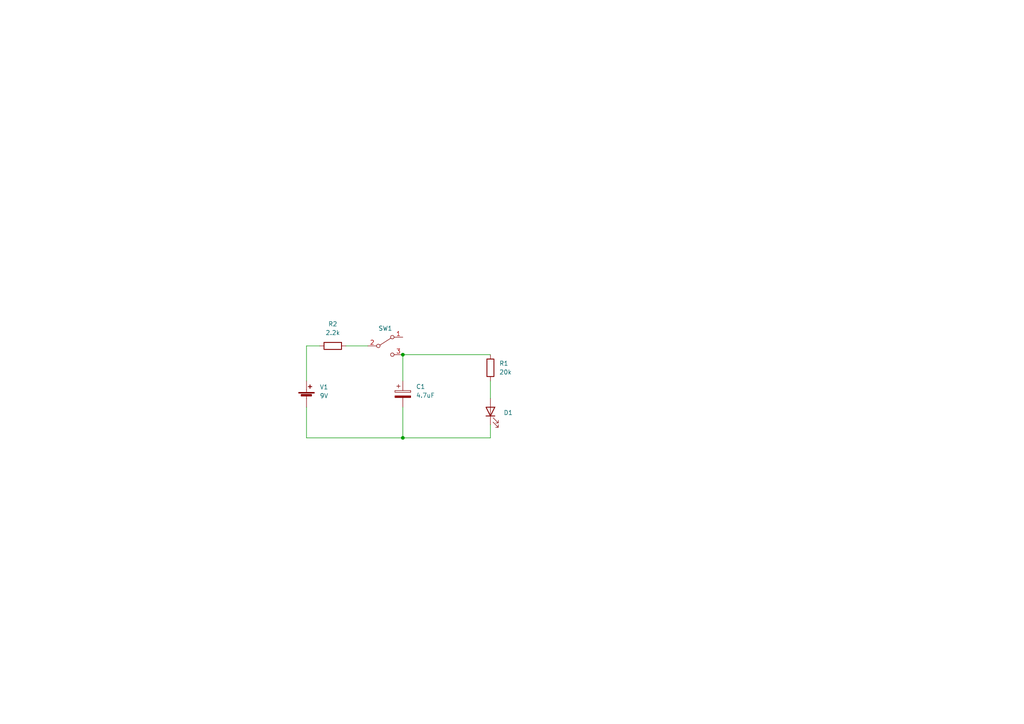
<source format=kicad_sch>
(kicad_sch (version 20211123) (generator eeschema)
  (paper "A4")
  (lib_symbols
    (symbol "Device:Battery_Cell" (pin_numbers hide) (pin_names (offset 0) hide)
      (property "Reference" "BT" (at 2.54 2.54 0))
      (property "Value" "Battery_Cell" (at 2.54 0 0))
      (symbol "Battery_Cell_0_1"
        (rectangle (start -2.286 1.778) (end 2.286 1.524) (fill (type outline)))
        (rectangle (start -1.5748 1.1938) (end 1.4732 0.6858) (fill (type outline)))
        (polyline (pts (xy 0 0.762) (xy 0 0)))
        (polyline (pts (xy 0 1.778) (xy 0 2.54)))
        (polyline (pts (xy 0.508 3.429) (xy 1.524 3.429)) (stroke (width 0.254)))
        (polyline (pts (xy 1.016 3.937) (xy 1.016 2.921)) (stroke (width 0.254)))
      )
      (symbol "Battery_Cell_1_1"
        (pin passive line (at 0 5.08 270) (length 2.54) (name "+") (number "1"))
        (pin passive line (at 0 -2.54 90) (length 2.54) (name "-") (number "2"))
      )
    )
    (symbol "Device:C_Polarized" (pin_numbers hide) (pin_names (offset 0.254))
      (property "Reference" "C" (at 0.635 2.54 0))
      (property "Value" "C_Polarized" (at 0.635 -2.54 0))
      (symbol "C_Polarized_0_1"
        (rectangle (start -2.286 0.508) (end 2.286 1.016))
        (polyline (pts (xy -1.778 2.286) (xy -0.762 2.286)))
        (polyline (pts (xy -1.27 2.794) (xy -1.27 1.778)))
        (rectangle (start 2.286 -0.508) (end -2.286 -1.016) (fill (type outline)))
      )
      (symbol "C_Polarized_1_1"
        (pin passive line (at 0 3.81 270) (length 2.794) (name "~") (number "1"))
        (pin passive line (at 0 -3.81 90) (length 2.794) (name "~") (number "2"))
      )
    )
    (symbol "Device:LED" (pin_numbers hide) (pin_names (offset 1.016) hide)
      (property "Reference" "D" (at 0 2.54 0))
      (property "Value" "LED" (at 0 -2.54 0))
      (symbol "LED_0_1"
        (polyline (pts (xy -1.27 -1.27) (xy -1.27 1.27)) (stroke (width 0.254)))
        (polyline (pts (xy -1.27 0) (xy 1.27 0)))
        (polyline (pts (xy 1.27 -1.27) (xy 1.27 1.27) (xy -1.27 0) (xy 1.27 -1.27)) (stroke (width 0.254)))
        (polyline (pts (xy -3.048 -0.762) (xy -4.572 -2.286) (xy -3.81 -2.286) (xy -4.572 -2.286) (xy -4.572 -1.524)))
        (polyline (pts (xy -1.778 -0.762) (xy -3.302 -2.286) (xy -2.54 -2.286) (xy -3.302 -2.286) (xy -3.302 -1.524)))
      )
      (symbol "LED_1_1"
        (pin passive line (at -3.81 0 0) (length 2.54) (name "K") (number "1"))
        (pin passive line (at 3.81 0 180) (length 2.54) (name "A") (number "2"))
      )
    )
    (symbol "Device:R" (pin_numbers hide) (pin_names (offset 0))
      (property "Reference" "R" (at 2.032 0 90))
      (property "Value" "R" (at 0 0 90))
      (symbol "R_0_1"
        (rectangle (start -1.016 -2.54) (end 1.016 2.54) (stroke (width 0.254)))
      )
      (symbol "R_1_1"
        (pin passive line (at 0 3.81 270) (length 1.27) (name "~") (number "1"))
        (pin passive line (at 0 -3.81 90) (length 1.27) (name "~") (number "2"))
      )
    )
    (symbol "Switch:SW_SPDT" (pin_names (offset 0) hide)
      (property "Reference" "SW" (at 0 4.318 0))
      (property "Value" "SW_SPDT" (at 0 -5.08 0))
      (symbol "SW_SPDT_0_0"
        (circle (center -2.032 0) (radius 0.508))
        (circle (center 2.032 -2.54) (radius 0.508))
      )
      (symbol "SW_SPDT_0_1"
        (polyline (pts (xy -1.524 0.254) (xy 1.651 2.286)))
        (circle (center 2.032 2.54) (radius 0.508))
      )
      (symbol "SW_SPDT_1_1"
        (pin passive line (at 5.08 2.54 180) (length 2.54) (name "A") (number "1"))
        (pin passive line (at -5.08 0 0) (length 2.54) (name "B") (number "2"))
        (pin passive line (at 5.08 -2.54 180) (length 2.54) (name "C") (number "3"))
      )
    )
  )
  (junction (at 116.84 127))
  (junction (at 116.84 102.87))
  (wire (pts (xy 116.84 102.87) (xy 116.84 110.49)))
  (wire (pts (xy 88.9 100.33) (xy 92.71 100.33)))
  (wire (pts (xy 116.84 127) (xy 88.9 127)))
  (wire (pts (xy 142.24 110.49) (xy 142.24 115.57)))
  (wire (pts (xy 88.9 100.33) (xy 88.9 110.49)))
  (wire (pts (xy 116.84 102.87) (xy 142.24 102.87)))
  (wire (pts (xy 142.24 127) (xy 116.84 127)))
  (wire (pts (xy 116.84 118.11) (xy 116.84 127)))
  (wire (pts (xy 88.9 118.11) (xy 88.9 127)))
  (wire (pts (xy 100.33 100.33) (xy 106.68 100.33)))
  (wire (pts (xy 142.24 123.19) (xy 142.24 127)))
  (symbol (lib_id "Device:LED") (at 142.24 119.38 90) (unit 1)
    (property "Reference" "D1" (at 146.05 119.6974 90) (effects (justify right)))
    (property "Value" "LED" (effects hide))
    (property "Footprint" "LED_THT:LED_D5.0mm" (effects hide))
  )
  (symbol (lib_id "Device:R") (at 96.52 100.33 90) (unit 1)
    (property "Reference" "R2" (at 96.52 93.98 90))
    (property "Value" "2.2k" (at 96.52 96.52 90))
    (property "Footprint" "Resistor_THT:R_Axial_DIN0516_L15.5mm_D5.0mm_P20.32mm_Horizontal" (effects hide))
  )
  (symbol (lib_id "Device:C_Polarized") (at 116.84 114.3 0) (unit 1)
    (property "Reference" "C1" (at 120.65 112.1409 0) (effects (justify left)))
    (property "Value" "4.7uF" (at 120.65 114.6809 0) (effects (justify left)))
    (property "Footprint" "Capacitor_THT:C_Radial_D5.0mm_H5.0mm_P2.00mm" (effects hide))
  )
  (symbol (lib_id "Device:Battery_Cell") (at 88.9 115.57 0) (unit 1)
    (property "Reference" "V1" (at 92.71 112.2679 0) (effects (justify left)))
    (property "Value" "9V" (at 92.71 114.8079 0) (effects (justify left)))
    (property "Footprint" "Connector_JST:JST_PH_B2B-PH-K_1x02_P2.00mm_Vertical" (effects hide))
  )
  (symbol (lib_id "Device:R") (at 142.24 106.68 180) (unit 1)
    (property "Reference" "R1" (at 144.78 105.4099 0) (effects (justify right)))
    (property "Value" "20k" (at 144.78 107.9499 0) (effects (justify right)))
    (property "Footprint" "Resistor_THT:R_Axial_DIN0516_L15.5mm_D5.0mm_P20.32mm_Horizontal" (effects hide))
  )
  (symbol (lib_id "Switch:SW_SPDT") (at 111.76 100.33 0) (unit 1)
    (property "Reference" "SW1" (at 111.76 95.25 0))
    (property "Value" "SW_SPDT" (effects hide))
    (property "Footprint" "Button_Switch_THT:SW_E-Switch_EG1224_SPDT_Angled" (effects hide))
  )
)
</source>
